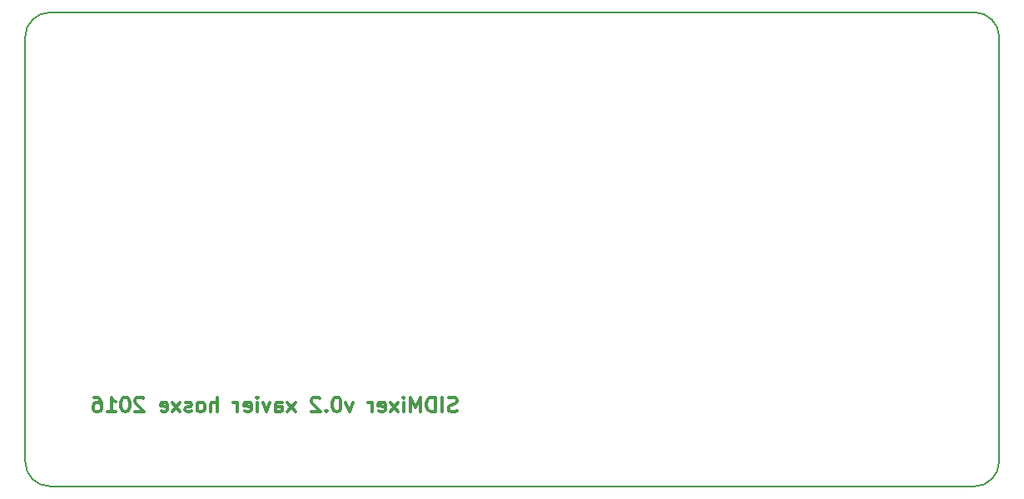
<source format=gbr>
G04 #@! TF.FileFunction,Legend,Bot*
%FSLAX46Y46*%
G04 Gerber Fmt 4.6, Leading zero omitted, Abs format (unit mm)*
G04 Created by KiCad (PCBNEW 4.0.2-4+6225~38~ubuntu14.04.1-stable) date mer. 25 mai 2016 20:50:44 CEST*
%MOMM*%
G01*
G04 APERTURE LIST*
%ADD10C,0.100000*%
%ADD11C,0.300000*%
%ADD12C,0.150000*%
G04 APERTURE END LIST*
D10*
D11*
X148039999Y-126972143D02*
X147825713Y-127043571D01*
X147468570Y-127043571D01*
X147325713Y-126972143D01*
X147254284Y-126900714D01*
X147182856Y-126757857D01*
X147182856Y-126615000D01*
X147254284Y-126472143D01*
X147325713Y-126400714D01*
X147468570Y-126329286D01*
X147754284Y-126257857D01*
X147897142Y-126186429D01*
X147968570Y-126115000D01*
X148039999Y-125972143D01*
X148039999Y-125829286D01*
X147968570Y-125686429D01*
X147897142Y-125615000D01*
X147754284Y-125543571D01*
X147397142Y-125543571D01*
X147182856Y-125615000D01*
X146539999Y-127043571D02*
X146539999Y-125543571D01*
X145825713Y-127043571D02*
X145825713Y-125543571D01*
X145468570Y-125543571D01*
X145254285Y-125615000D01*
X145111427Y-125757857D01*
X145039999Y-125900714D01*
X144968570Y-126186429D01*
X144968570Y-126400714D01*
X145039999Y-126686429D01*
X145111427Y-126829286D01*
X145254285Y-126972143D01*
X145468570Y-127043571D01*
X145825713Y-127043571D01*
X144325713Y-127043571D02*
X144325713Y-125543571D01*
X143825713Y-126615000D01*
X143325713Y-125543571D01*
X143325713Y-127043571D01*
X142611427Y-127043571D02*
X142611427Y-126043571D01*
X142611427Y-125543571D02*
X142682856Y-125615000D01*
X142611427Y-125686429D01*
X142539999Y-125615000D01*
X142611427Y-125543571D01*
X142611427Y-125686429D01*
X142039998Y-127043571D02*
X141254284Y-126043571D01*
X142039998Y-126043571D02*
X141254284Y-127043571D01*
X140111427Y-126972143D02*
X140254284Y-127043571D01*
X140539998Y-127043571D01*
X140682855Y-126972143D01*
X140754284Y-126829286D01*
X140754284Y-126257857D01*
X140682855Y-126115000D01*
X140539998Y-126043571D01*
X140254284Y-126043571D01*
X140111427Y-126115000D01*
X140039998Y-126257857D01*
X140039998Y-126400714D01*
X140754284Y-126543571D01*
X139397141Y-127043571D02*
X139397141Y-126043571D01*
X139397141Y-126329286D02*
X139325713Y-126186429D01*
X139254284Y-126115000D01*
X139111427Y-126043571D01*
X138968570Y-126043571D01*
X137468570Y-126043571D02*
X137111427Y-127043571D01*
X136754285Y-126043571D01*
X135897142Y-125543571D02*
X135754285Y-125543571D01*
X135611428Y-125615000D01*
X135539999Y-125686429D01*
X135468570Y-125829286D01*
X135397142Y-126115000D01*
X135397142Y-126472143D01*
X135468570Y-126757857D01*
X135539999Y-126900714D01*
X135611428Y-126972143D01*
X135754285Y-127043571D01*
X135897142Y-127043571D01*
X136039999Y-126972143D01*
X136111428Y-126900714D01*
X136182856Y-126757857D01*
X136254285Y-126472143D01*
X136254285Y-126115000D01*
X136182856Y-125829286D01*
X136111428Y-125686429D01*
X136039999Y-125615000D01*
X135897142Y-125543571D01*
X134754285Y-126900714D02*
X134682857Y-126972143D01*
X134754285Y-127043571D01*
X134825714Y-126972143D01*
X134754285Y-126900714D01*
X134754285Y-127043571D01*
X134111428Y-125686429D02*
X134039999Y-125615000D01*
X133897142Y-125543571D01*
X133539999Y-125543571D01*
X133397142Y-125615000D01*
X133325713Y-125686429D01*
X133254285Y-125829286D01*
X133254285Y-125972143D01*
X133325713Y-126186429D01*
X134182856Y-127043571D01*
X133254285Y-127043571D01*
X131611428Y-127043571D02*
X130825714Y-126043571D01*
X131611428Y-126043571D02*
X130825714Y-127043571D01*
X129611428Y-127043571D02*
X129611428Y-126257857D01*
X129682857Y-126115000D01*
X129825714Y-126043571D01*
X130111428Y-126043571D01*
X130254285Y-126115000D01*
X129611428Y-126972143D02*
X129754285Y-127043571D01*
X130111428Y-127043571D01*
X130254285Y-126972143D01*
X130325714Y-126829286D01*
X130325714Y-126686429D01*
X130254285Y-126543571D01*
X130111428Y-126472143D01*
X129754285Y-126472143D01*
X129611428Y-126400714D01*
X129039999Y-126043571D02*
X128682856Y-127043571D01*
X128325714Y-126043571D01*
X127754285Y-127043571D02*
X127754285Y-126043571D01*
X127754285Y-125543571D02*
X127825714Y-125615000D01*
X127754285Y-125686429D01*
X127682857Y-125615000D01*
X127754285Y-125543571D01*
X127754285Y-125686429D01*
X126468571Y-126972143D02*
X126611428Y-127043571D01*
X126897142Y-127043571D01*
X127039999Y-126972143D01*
X127111428Y-126829286D01*
X127111428Y-126257857D01*
X127039999Y-126115000D01*
X126897142Y-126043571D01*
X126611428Y-126043571D01*
X126468571Y-126115000D01*
X126397142Y-126257857D01*
X126397142Y-126400714D01*
X127111428Y-126543571D01*
X125754285Y-127043571D02*
X125754285Y-126043571D01*
X125754285Y-126329286D02*
X125682857Y-126186429D01*
X125611428Y-126115000D01*
X125468571Y-126043571D01*
X125325714Y-126043571D01*
X123682857Y-127043571D02*
X123682857Y-125543571D01*
X123040000Y-127043571D02*
X123040000Y-126257857D01*
X123111429Y-126115000D01*
X123254286Y-126043571D01*
X123468571Y-126043571D01*
X123611429Y-126115000D01*
X123682857Y-126186429D01*
X122111428Y-127043571D02*
X122254286Y-126972143D01*
X122325714Y-126900714D01*
X122397143Y-126757857D01*
X122397143Y-126329286D01*
X122325714Y-126186429D01*
X122254286Y-126115000D01*
X122111428Y-126043571D01*
X121897143Y-126043571D01*
X121754286Y-126115000D01*
X121682857Y-126186429D01*
X121611428Y-126329286D01*
X121611428Y-126757857D01*
X121682857Y-126900714D01*
X121754286Y-126972143D01*
X121897143Y-127043571D01*
X122111428Y-127043571D01*
X121040000Y-126972143D02*
X120897143Y-127043571D01*
X120611428Y-127043571D01*
X120468571Y-126972143D01*
X120397143Y-126829286D01*
X120397143Y-126757857D01*
X120468571Y-126615000D01*
X120611428Y-126543571D01*
X120825714Y-126543571D01*
X120968571Y-126472143D01*
X121040000Y-126329286D01*
X121040000Y-126257857D01*
X120968571Y-126115000D01*
X120825714Y-126043571D01*
X120611428Y-126043571D01*
X120468571Y-126115000D01*
X119897142Y-127043571D02*
X119111428Y-126043571D01*
X119897142Y-126043571D02*
X119111428Y-127043571D01*
X117968571Y-126972143D02*
X118111428Y-127043571D01*
X118397142Y-127043571D01*
X118539999Y-126972143D01*
X118611428Y-126829286D01*
X118611428Y-126257857D01*
X118539999Y-126115000D01*
X118397142Y-126043571D01*
X118111428Y-126043571D01*
X117968571Y-126115000D01*
X117897142Y-126257857D01*
X117897142Y-126400714D01*
X118611428Y-126543571D01*
X116182857Y-125686429D02*
X116111428Y-125615000D01*
X115968571Y-125543571D01*
X115611428Y-125543571D01*
X115468571Y-125615000D01*
X115397142Y-125686429D01*
X115325714Y-125829286D01*
X115325714Y-125972143D01*
X115397142Y-126186429D01*
X116254285Y-127043571D01*
X115325714Y-127043571D01*
X114397143Y-125543571D02*
X114254286Y-125543571D01*
X114111429Y-125615000D01*
X114040000Y-125686429D01*
X113968571Y-125829286D01*
X113897143Y-126115000D01*
X113897143Y-126472143D01*
X113968571Y-126757857D01*
X114040000Y-126900714D01*
X114111429Y-126972143D01*
X114254286Y-127043571D01*
X114397143Y-127043571D01*
X114540000Y-126972143D01*
X114611429Y-126900714D01*
X114682857Y-126757857D01*
X114754286Y-126472143D01*
X114754286Y-126115000D01*
X114682857Y-125829286D01*
X114611429Y-125686429D01*
X114540000Y-125615000D01*
X114397143Y-125543571D01*
X112468572Y-127043571D02*
X113325715Y-127043571D01*
X112897143Y-127043571D02*
X112897143Y-125543571D01*
X113040000Y-125757857D01*
X113182858Y-125900714D01*
X113325715Y-125972143D01*
X111182858Y-125543571D02*
X111468572Y-125543571D01*
X111611429Y-125615000D01*
X111682858Y-125686429D01*
X111825715Y-125900714D01*
X111897144Y-126186429D01*
X111897144Y-126757857D01*
X111825715Y-126900714D01*
X111754287Y-126972143D01*
X111611429Y-127043571D01*
X111325715Y-127043571D01*
X111182858Y-126972143D01*
X111111429Y-126900714D01*
X111040001Y-126757857D01*
X111040001Y-126400714D01*
X111111429Y-126257857D01*
X111182858Y-126186429D01*
X111325715Y-126115000D01*
X111611429Y-126115000D01*
X111754287Y-126186429D01*
X111825715Y-126257857D01*
X111897144Y-126400714D01*
D12*
X104140000Y-132080000D02*
G75*
G03X106680000Y-134620000I2540000J0D01*
G01*
X200660000Y-134620000D02*
G75*
G03X203200000Y-132080000I0J2540000D01*
G01*
X203200000Y-88900000D02*
G75*
G03X200660000Y-86360000I-2540000J0D01*
G01*
X106680000Y-86360000D02*
G75*
G03X104140000Y-88900000I0J-2540000D01*
G01*
X104140000Y-132080000D02*
X104140000Y-88900000D01*
X200660000Y-134620000D02*
X106680000Y-134620000D01*
X203200000Y-88900000D02*
X203200000Y-132080000D01*
X106680000Y-86360000D02*
X200660000Y-86360000D01*
M02*

</source>
